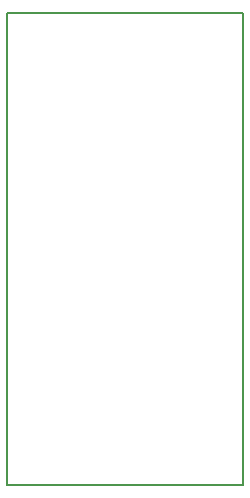
<source format=gko>
G04 #@! TF.FileFunction,Profile,NP*
%FSLAX46Y46*%
G04 Gerber Fmt 4.6, Leading zero omitted, Abs format (unit mm)*
G04 Created by KiCad (PCBNEW 4.0.2-stable) date 13.05.2017 08:24:33*
%MOMM*%
G01*
G04 APERTURE LIST*
%ADD10C,0.100000*%
%ADD11C,0.150000*%
G04 APERTURE END LIST*
D10*
D11*
X170000000Y-125000000D02*
X170000000Y-85000000D01*
X190000000Y-125000000D02*
X170000000Y-125000000D01*
X190000000Y-85000000D02*
X190000000Y-125000000D01*
X170000000Y-85000000D02*
X190000000Y-85000000D01*
M02*

</source>
